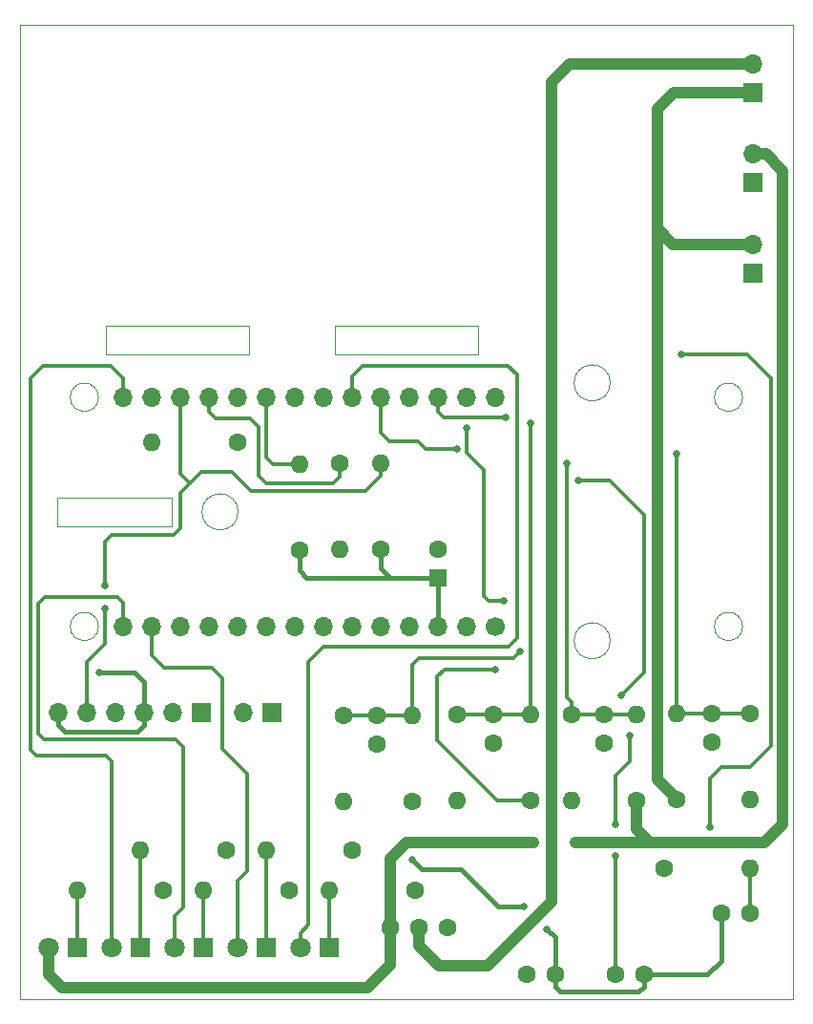
<source format=gbl>
G04 #@! TF.GenerationSoftware,KiCad,Pcbnew,(5.1.4)-1*
G04 #@! TF.CreationDate,2019-12-13T15:42:32+01:00*
G04 #@! TF.ProjectId,e-p-wifi,652d702d-7769-4666-992e-6b696361645f,1.0*
G04 #@! TF.SameCoordinates,Original*
G04 #@! TF.FileFunction,Copper,L2,Bot*
G04 #@! TF.FilePolarity,Positive*
%FSLAX46Y46*%
G04 Gerber Fmt 4.6, Leading zero omitted, Abs format (unit mm)*
G04 Created by KiCad (PCBNEW (5.1.4)-1) date 2019-12-13 15:42:32*
%MOMM*%
%LPD*%
G04 APERTURE LIST*
%ADD10C,0.100000*%
%ADD11R,1.800000X1.800000*%
%ADD12C,1.800000*%
%ADD13C,1.600000*%
%ADD14R,1.700000X1.700000*%
%ADD15O,1.700000X1.700000*%
%ADD16R,1.600000X1.600000*%
%ADD17O,1.600000X1.600000*%
%ADD18C,1.700000*%
%ADD19C,0.650000*%
%ADD20C,1.050000*%
%ADD21C,0.450000*%
%ADD22C,0.350000*%
%ADD23C,1.000000*%
G04 APERTURE END LIST*
D10*
X44754600Y-68580000D02*
G75*
G03X44754600Y-68580000I-1600000J0D01*
G01*
X32365000Y-58420000D02*
G75*
G03X32365000Y-58420000I-1250000J0D01*
G01*
X32365000Y-78740000D02*
G75*
G03X32365000Y-78740000I-1250000J0D01*
G01*
X89515000Y-58420000D02*
G75*
G03X89515000Y-58420000I-1250000J0D01*
G01*
X77774600Y-57150000D02*
G75*
G03X77774600Y-57150000I-1600000J0D01*
G01*
X77774600Y-80010000D02*
G75*
G03X77774600Y-80010000I-1600000J0D01*
G01*
X89515000Y-78740000D02*
G75*
G03X89515000Y-78740000I-1250000J0D01*
G01*
X45726000Y-52070000D02*
X45726000Y-54610000D01*
X33026000Y-52070000D02*
X33026000Y-54610000D01*
X33026000Y-52070000D02*
X45726000Y-52070000D01*
X33026000Y-54610000D02*
X45726000Y-54610000D01*
X53340000Y-54610000D02*
X53340000Y-52070000D01*
X66040000Y-52070000D02*
X66040000Y-54610000D01*
X53340000Y-52070000D02*
X66040000Y-52070000D01*
X53340000Y-54610000D02*
X66040000Y-54610000D01*
X28702000Y-69850000D02*
X38862000Y-69850000D01*
X38862000Y-67310000D02*
X28702000Y-67310000D01*
X28702000Y-67310000D02*
X28702000Y-69850000D01*
X25400000Y-111760000D02*
X93980000Y-111760000D01*
X93980000Y-25400000D02*
X93980000Y-111760000D01*
X25400000Y-25400000D02*
X25400000Y-111760000D01*
X38862000Y-67310000D02*
X38862000Y-69850000D01*
X25400000Y-25400000D02*
X93980000Y-25400000D01*
D11*
X47244000Y-107188000D03*
D12*
X44704000Y-107188000D03*
D11*
X36068000Y-107188000D03*
D12*
X33528000Y-107188000D03*
D13*
X60800000Y-105400000D03*
X58260000Y-105400000D03*
X63340000Y-105400000D03*
D14*
X41530000Y-86360000D03*
D15*
X38990000Y-86360000D03*
X36450000Y-86360000D03*
X33910000Y-86360000D03*
X31370000Y-86360000D03*
X28830000Y-86360000D03*
D12*
X27940000Y-107188000D03*
D11*
X30480000Y-107188000D03*
D13*
X77190000Y-89060000D03*
X77190000Y-86560000D03*
D14*
X90400000Y-31400000D03*
D15*
X90400000Y-28860000D03*
D14*
X90400000Y-47400000D03*
D15*
X90400000Y-44860000D03*
X45190000Y-86360000D03*
D14*
X47730000Y-86360000D03*
D16*
X62500000Y-74400000D03*
D13*
X62500000Y-71900000D03*
X86790000Y-86460000D03*
X86790000Y-88960000D03*
X67390000Y-86560000D03*
X67390000Y-89060000D03*
D11*
X41656000Y-107188000D03*
D12*
X39116000Y-107188000D03*
D13*
X57090000Y-89160000D03*
X57090000Y-86660000D03*
D12*
X50292000Y-107188000D03*
D11*
X52832000Y-107188000D03*
D15*
X90400000Y-36860000D03*
D14*
X90400000Y-39400000D03*
D13*
X50200000Y-72000000D03*
D17*
X50200000Y-64380000D03*
X90190000Y-94080000D03*
D13*
X90190000Y-86460000D03*
D17*
X64190000Y-94180000D03*
D13*
X64190000Y-86560000D03*
X53800000Y-64300000D03*
D17*
X53800000Y-71920000D03*
X36068000Y-98552000D03*
D13*
X43688000Y-98552000D03*
D17*
X60190000Y-86640000D03*
D13*
X60190000Y-94260000D03*
X70700000Y-94170000D03*
D17*
X70700000Y-86550000D03*
D13*
X60452000Y-102108000D03*
D17*
X52832000Y-102108000D03*
D13*
X74390000Y-86560000D03*
D17*
X74390000Y-94180000D03*
X47244000Y-98552000D03*
D13*
X54864000Y-98552000D03*
X49276000Y-102108000D03*
D17*
X41656000Y-102108000D03*
X90170000Y-100200000D03*
D13*
X82550000Y-100200000D03*
D17*
X80090000Y-86540000D03*
D13*
X80090000Y-94160000D03*
X57400000Y-71900000D03*
D17*
X57400000Y-64280000D03*
X30480000Y-102108000D03*
D13*
X38100000Y-102108000D03*
D15*
X67565000Y-58420000D03*
X65025000Y-78740000D03*
X65025000Y-58420000D03*
X62485000Y-78740000D03*
X62485000Y-58420000D03*
X59945000Y-78740000D03*
X59945000Y-58420000D03*
X57405000Y-78740000D03*
X57405000Y-58420000D03*
X54865000Y-78740000D03*
X54865000Y-58420000D03*
X52325000Y-78740000D03*
X52325000Y-58420000D03*
X49785000Y-78740000D03*
X49785000Y-58420000D03*
X47245000Y-78740000D03*
X47245000Y-58420000D03*
X44705000Y-78740000D03*
X44705000Y-58420000D03*
X42165000Y-78740000D03*
X42165000Y-58420000D03*
X39625000Y-78740000D03*
X39625000Y-58420000D03*
X37085000Y-78740000D03*
X37085000Y-58420000D03*
X34545000Y-78740000D03*
X34545000Y-58420000D03*
D18*
X67565000Y-78740000D03*
D17*
X37080000Y-62400000D03*
D13*
X44700000Y-62400000D03*
X83690000Y-94060000D03*
D17*
X83690000Y-86440000D03*
D13*
X54090000Y-86660000D03*
D17*
X54090000Y-94280000D03*
D13*
X87630000Y-104125000D03*
X90170000Y-104125000D03*
X80770000Y-109600000D03*
X78230000Y-109600000D03*
X70330000Y-109600000D03*
X72870000Y-109600000D03*
D19*
X70154180Y-103588200D03*
X72132810Y-105569370D03*
X60177030Y-99412410D03*
X32445000Y-82783680D03*
X83660000Y-63440000D03*
X64160001Y-62990001D03*
X73940000Y-64260000D03*
X70700000Y-60689860D03*
X68539720Y-60175000D03*
X69750000Y-80975000D03*
X65025000Y-61150000D03*
X68375000Y-76500000D03*
D20*
X74702560Y-97883980D03*
X70952360Y-97878900D03*
D19*
X32951420Y-75148800D03*
X32949566Y-77100654D03*
X86614000Y-96520000D03*
X84074000Y-54610000D03*
X78230000Y-96268000D03*
X78230000Y-99062000D03*
X79502000Y-88392000D03*
X78740000Y-84836000D03*
X74930000Y-65786000D03*
X67560000Y-82530000D03*
D21*
X87630000Y-108381800D02*
X87630000Y-104125000D01*
X80770000Y-109600000D02*
X86411800Y-109600000D01*
X86411800Y-109600000D02*
X87630000Y-108381800D01*
X72870000Y-110677630D02*
X72870000Y-109600000D01*
X73327360Y-111134990D02*
X72870000Y-110677630D01*
X80312640Y-111134990D02*
X73327360Y-111134990D01*
X80770000Y-110677630D02*
X80312640Y-111134990D01*
X80770000Y-109600000D02*
X80770000Y-110677630D01*
X72870000Y-109600000D02*
X72870000Y-106306560D01*
X72870000Y-106306560D02*
X72132810Y-105569370D01*
X61051440Y-100286820D02*
X60177030Y-99412410D01*
X64549020Y-100286820D02*
X61051440Y-100286820D01*
X70154180Y-103588200D02*
X67850400Y-103588200D01*
X67850400Y-103588200D02*
X64549020Y-100286820D01*
X28830000Y-87496380D02*
X28830000Y-86360000D01*
X29359150Y-88025530D02*
X28830000Y-87496380D01*
X35857890Y-88025530D02*
X29359150Y-88025530D01*
X36450000Y-86360000D02*
X36450000Y-87433420D01*
X36450000Y-87433420D02*
X35857890Y-88025530D01*
X62500000Y-78725000D02*
X62485000Y-78740000D01*
X62500000Y-74400000D02*
X62500000Y-78725000D01*
X57400000Y-73562020D02*
X57400000Y-71900000D01*
X62500000Y-74400000D02*
X58237980Y-74400000D01*
X58237980Y-74400000D02*
X57400000Y-73562020D01*
X50200000Y-73786440D02*
X50200000Y-72000000D01*
X58237980Y-74400000D02*
X50813560Y-74400000D01*
X50813560Y-74400000D02*
X50200000Y-73786440D01*
X35539680Y-82783680D02*
X32445000Y-82783680D01*
X36450000Y-86360000D02*
X36450000Y-83694000D01*
X36450000Y-83694000D02*
X35539680Y-82783680D01*
D22*
X90190000Y-86460000D02*
X86790000Y-86460000D01*
X83710000Y-86460000D02*
X83690000Y-86440000D01*
X86790000Y-86460000D02*
X83710000Y-86460000D01*
X83660000Y-85278630D02*
X83660000Y-63440000D01*
X83690000Y-85308630D02*
X83660000Y-85278630D01*
X83690000Y-86440000D02*
X83690000Y-85308630D01*
X57405000Y-61585000D02*
X57405000Y-58420000D01*
X58150000Y-62330000D02*
X57405000Y-61585000D01*
X60704400Y-62330000D02*
X58150000Y-62330000D01*
X64160001Y-62990001D02*
X61364401Y-62990001D01*
X61364401Y-62990001D02*
X60704400Y-62330000D01*
X77210000Y-86540000D02*
X77190000Y-86560000D01*
X80090000Y-86540000D02*
X77210000Y-86540000D01*
X77190000Y-86560000D02*
X74390000Y-86560000D01*
X73940000Y-84978630D02*
X73940000Y-64260000D01*
X74390000Y-86560000D02*
X74390000Y-85428630D01*
X74390000Y-85428630D02*
X73940000Y-84978630D01*
X67400000Y-86550000D02*
X67390000Y-86560000D01*
X70700000Y-86550000D02*
X67400000Y-86550000D01*
X67390000Y-86560000D02*
X64190000Y-86560000D01*
X70700000Y-86550000D02*
X70700000Y-60689860D01*
X62485000Y-59685000D02*
X62485000Y-58420000D01*
X68539720Y-60175000D02*
X62975000Y-60175000D01*
X62975000Y-60175000D02*
X62485000Y-59685000D01*
X57110000Y-86640000D02*
X57090000Y-86660000D01*
X60190000Y-86640000D02*
X57110000Y-86640000D01*
X57090000Y-86660000D02*
X54090000Y-86660000D01*
X65025000Y-61100000D02*
X65025000Y-61150000D01*
X65025000Y-63350000D02*
X65025000Y-61100000D01*
X66550000Y-64875000D02*
X65025000Y-63350000D01*
X66550000Y-76075000D02*
X66550000Y-64875000D01*
X68375000Y-76500000D02*
X66975000Y-76500000D01*
X66975000Y-76500000D02*
X66550000Y-76075000D01*
X69750000Y-80975000D02*
X69725000Y-80975000D01*
X69175000Y-81550000D02*
X69750000Y-80975000D01*
X60775000Y-81550000D02*
X69175000Y-81550000D01*
X60190000Y-86640000D02*
X60190000Y-82135000D01*
X60190000Y-82135000D02*
X60775000Y-81550000D01*
D23*
X91602081Y-36860000D02*
X90400000Y-36860000D01*
X93079990Y-38337909D02*
X91602081Y-36860000D01*
X93079990Y-96254150D02*
X93079990Y-38337909D01*
X91450160Y-97883980D02*
X93079990Y-96254150D01*
X74702560Y-97883980D02*
X81955640Y-97883980D01*
X81955640Y-97883980D02*
X91450160Y-97883980D01*
X81295240Y-97883980D02*
X81955640Y-97883980D01*
X80090000Y-94160000D02*
X80090000Y-96678740D01*
X80090000Y-96678740D02*
X81295240Y-97883980D01*
X58260000Y-108699280D02*
X58260000Y-105400000D01*
X56205120Y-110754160D02*
X58260000Y-108699280D01*
X29154120Y-110754160D02*
X56205120Y-110754160D01*
X27940000Y-107188000D02*
X27940000Y-109540040D01*
X27940000Y-109540040D02*
X29154120Y-110754160D01*
X58260000Y-104322370D02*
X58252360Y-104314730D01*
X58260000Y-105400000D02*
X58260000Y-104322370D01*
X58252360Y-104314730D02*
X58252360Y-99357180D01*
X58252360Y-99357180D02*
X59730640Y-97878900D01*
X59730640Y-97878900D02*
X70952360Y-97878900D01*
D22*
X30480000Y-105938000D02*
X30480000Y-102108000D01*
X30480000Y-107188000D02*
X30480000Y-105938000D01*
X36068000Y-105938000D02*
X36068000Y-98552000D01*
X36068000Y-107188000D02*
X36068000Y-105938000D01*
X34545000Y-56747140D02*
X34545000Y-58420000D01*
X33423860Y-55626000D02*
X34545000Y-56747140D01*
X27444700Y-55626000D02*
X33423860Y-55626000D01*
X26334720Y-89649300D02*
X26334720Y-56735980D01*
X33528000Y-105915208D02*
X33517840Y-105905048D01*
X33517840Y-90665300D02*
X33037780Y-90185240D01*
X26334720Y-56735980D02*
X27444700Y-55626000D01*
X33528000Y-107188000D02*
X33528000Y-105915208D01*
X33037780Y-90185240D02*
X26870660Y-90185240D01*
X33517840Y-105905048D02*
X33517840Y-90665300D01*
X26870660Y-90185240D02*
X26334720Y-89649300D01*
X55831740Y-55623460D02*
X54865000Y-56590200D01*
X68717160Y-55623460D02*
X55831740Y-55623460D01*
X69514720Y-56421020D02*
X68717160Y-55623460D01*
X50292000Y-105915208D02*
X51008280Y-105198928D01*
X50292000Y-107188000D02*
X50292000Y-105915208D01*
X54865000Y-56590200D02*
X54865000Y-58420000D01*
X51008280Y-105198928D02*
X51008280Y-81879440D01*
X51008280Y-81879440D02*
X52339240Y-80548480D01*
X52339240Y-80548480D02*
X68757800Y-80548480D01*
X69514720Y-79791560D02*
X69514720Y-56421020D01*
X68757800Y-80548480D02*
X69514720Y-79791560D01*
X52832000Y-105938000D02*
X52832000Y-102108000D01*
X52832000Y-107188000D02*
X52832000Y-105938000D01*
X47244000Y-107188000D02*
X47244000Y-98552000D01*
X44704000Y-105915208D02*
X44709080Y-105910128D01*
X44704000Y-107188000D02*
X44704000Y-105915208D01*
X44709080Y-101277420D02*
X45519340Y-100467160D01*
X44709080Y-105910128D02*
X44709080Y-101277420D01*
X45519340Y-100467160D02*
X45519340Y-91770200D01*
X45519340Y-91770200D02*
X43375580Y-89626440D01*
X43375580Y-89626440D02*
X43375580Y-83355180D01*
X43375580Y-83355180D02*
X42451020Y-82430620D01*
X42451020Y-82430620D02*
X38221920Y-82430620D01*
X37085000Y-81293700D02*
X37085000Y-78740000D01*
X38221920Y-82430620D02*
X37085000Y-81293700D01*
X41656000Y-105938000D02*
X41656000Y-102108000D01*
X41656000Y-107188000D02*
X41656000Y-105938000D01*
X34549080Y-78735920D02*
X34545000Y-78740000D01*
X27625040Y-76123800D02*
X34046160Y-76123800D01*
X27034730Y-76714110D02*
X27625040Y-76123800D01*
X27034730Y-88256350D02*
X27034730Y-76714110D01*
X34046160Y-76123800D02*
X34549080Y-76626720D01*
X39116000Y-107188000D02*
X39116000Y-104416860D01*
X39865300Y-103667560D02*
X39865300Y-89443560D01*
X39865300Y-89443560D02*
X39197280Y-88775540D01*
X34549080Y-76626720D02*
X34549080Y-78735920D01*
X39116000Y-104416860D02*
X39865300Y-103667560D01*
X39197280Y-88775540D02*
X27553920Y-88775540D01*
X27553920Y-88775540D02*
X27034730Y-88256350D01*
D23*
X82890001Y-93260001D02*
X82890001Y-93258281D01*
X83690000Y-94060000D02*
X82890001Y-93260001D01*
X82890001Y-93258281D02*
X81955640Y-92323920D01*
X89197919Y-44860000D02*
X89194319Y-44856400D01*
X90400000Y-44860000D02*
X89197919Y-44860000D01*
X83334860Y-44856400D02*
X81955640Y-43477180D01*
X89194319Y-44856400D02*
X83334860Y-44856400D01*
X81955640Y-92323920D02*
X81955640Y-43477180D01*
X83395300Y-31400000D02*
X90400000Y-31400000D01*
X81955640Y-43477180D02*
X81955640Y-32839660D01*
X81955640Y-32839660D02*
X83395300Y-31400000D01*
X62539880Y-108788200D02*
X60800000Y-107048320D01*
X66934080Y-108788200D02*
X62539880Y-108788200D01*
X72552560Y-103169720D02*
X66934080Y-108788200D01*
X72552560Y-30518100D02*
X72552560Y-103169720D01*
X90400000Y-28860000D02*
X74210660Y-28860000D01*
X74210660Y-28860000D02*
X72552560Y-30518100D01*
X60800000Y-107048320D02*
X60800000Y-105400000D01*
D22*
X47245000Y-59622081D02*
X47245000Y-58420000D01*
X47245000Y-63775320D02*
X47245000Y-59622081D01*
X50200000Y-64380000D02*
X47849680Y-64380000D01*
X47849680Y-64380000D02*
X47245000Y-63775320D01*
X39625000Y-65220580D02*
X39625000Y-58420000D01*
X40446960Y-66042540D02*
X39625000Y-65220580D01*
X39624000Y-66865500D02*
X40446960Y-66042540D01*
X39624000Y-70037960D02*
X39624000Y-66865500D01*
X39055040Y-70606920D02*
X39624000Y-70037960D01*
X33533080Y-70606920D02*
X39055040Y-70606920D01*
X32951420Y-75148800D02*
X32951420Y-71188580D01*
X32951420Y-71188580D02*
X33533080Y-70606920D01*
X41465500Y-65024000D02*
X40446960Y-66042540D01*
X44196000Y-65024000D02*
X41465500Y-65024000D01*
X45917090Y-66745090D02*
X44196000Y-65024000D01*
X56066280Y-66745090D02*
X45917090Y-66745090D01*
X57400000Y-64280000D02*
X57400000Y-65411370D01*
X57400000Y-65411370D02*
X56066280Y-66745090D01*
X32949566Y-80288714D02*
X32949566Y-77100654D01*
X31370000Y-81868280D02*
X32949566Y-80288714D01*
X31370000Y-86360000D02*
X31370000Y-81868280D01*
X90170000Y-103047370D02*
X90170000Y-100200000D01*
X90170000Y-104125000D02*
X90170000Y-103047370D01*
X92054980Y-89301020D02*
X92054980Y-83312000D01*
X90170000Y-91186000D02*
X92054980Y-89301020D01*
X87630000Y-91186000D02*
X90170000Y-91186000D01*
X86614000Y-96520000D02*
X86614000Y-92202000D01*
X86614000Y-92202000D02*
X87630000Y-91186000D01*
X92054980Y-83312000D02*
X92054980Y-63352980D01*
X92054980Y-63352980D02*
X92054980Y-56896000D01*
X92054980Y-56896000D02*
X92054980Y-56748980D01*
X92054980Y-56748980D02*
X89916000Y-54610000D01*
X89916000Y-54610000D02*
X84074000Y-54610000D01*
X42165000Y-59703700D02*
X42165000Y-58420000D01*
X45788580Y-60314840D02*
X42776140Y-60314840D01*
X53800000Y-65431370D02*
X53186290Y-66045080D01*
X42776140Y-60314840D02*
X42165000Y-59703700D01*
X53800000Y-64300000D02*
X53800000Y-65431370D01*
X53186290Y-66045080D02*
X47218600Y-66045080D01*
X47218600Y-66045080D02*
X46544990Y-65371470D01*
X46544990Y-65371470D02*
X46544990Y-61071250D01*
X46544990Y-61071250D02*
X45788580Y-60314840D01*
X78230000Y-109600000D02*
X78230000Y-99062000D01*
X78230000Y-95631604D02*
X78232000Y-95629604D01*
X78230000Y-96268000D02*
X78230000Y-95631604D01*
X78232000Y-95629604D02*
X78232000Y-91948000D01*
X78232000Y-91948000D02*
X79502000Y-90678000D01*
X79502000Y-90678000D02*
X79502000Y-88392000D01*
X77724000Y-65786000D02*
X74930000Y-65786000D01*
X80772000Y-68834000D02*
X77724000Y-65786000D01*
X78740000Y-84836000D02*
X80772000Y-82804000D01*
X80772000Y-82804000D02*
X80772000Y-68834000D01*
X67560000Y-82530000D02*
X67560000Y-82525000D01*
X63080000Y-82530000D02*
X67560000Y-82530000D01*
X62450000Y-83160000D02*
X63080000Y-82530000D01*
X62450000Y-88866000D02*
X62450000Y-83160000D01*
X70700000Y-94170000D02*
X67754000Y-94170000D01*
X67754000Y-94170000D02*
X62450000Y-88866000D01*
M02*

</source>
